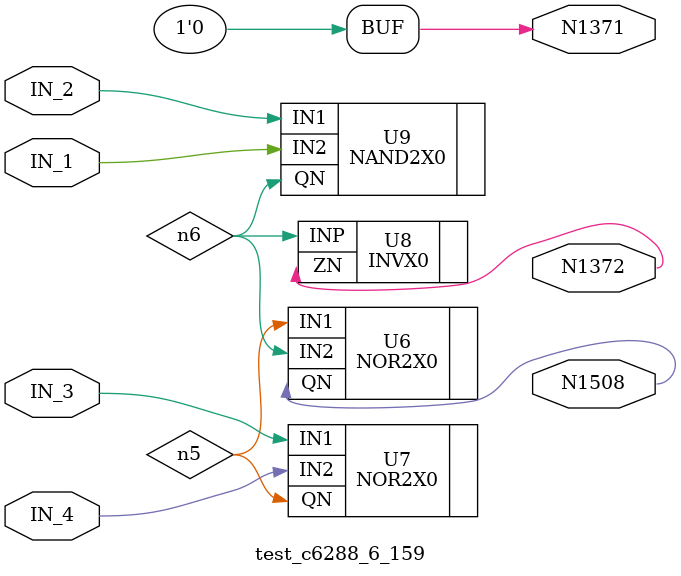
<source format=v>


module test_c6288_6_159 ( IN_1, IN_2, IN_3, IN_4, N1371, N1372, N1508 );
  input IN_1, IN_2, IN_3, IN_4;
  output N1371, N1372, N1508;
  wire   n5, n6;
  assign N1371 = 1'b0;

  NOR2X0 U6 ( .IN1(n5), .IN2(n6), .QN(N1508) );
  NOR2X0 U7 ( .IN1(IN_3), .IN2(IN_4), .QN(n5) );
  INVX0 U8 ( .INP(n6), .ZN(N1372) );
  NAND2X0 U9 ( .IN1(IN_2), .IN2(IN_1), .QN(n6) );
endmodule


</source>
